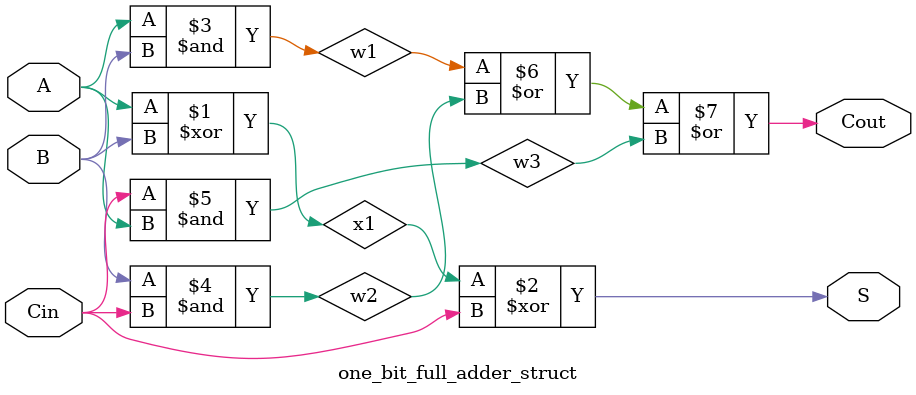
<source format=v>
module four_bit_subtractor(
    input      [3:0] A, B,
    output     [3:0] Diff,
    output           BorrowOut
);
    wire [3:0] B_inverted;
    wire       c1, c2, c3;  // internal carries
    
    assign B_inverted = ~B; // bitwise inversion of B

    // Now we just do A + (inverted B) + 1
    one_bit_full_adder_struct fa0 (
        .A(A[0]), .B(B_inverted[0]), .Cin(1'b1),
        .S(Diff[0]), .Cout(c1)
    );
    one_bit_full_adder_struct fa1 (
        .A(A[1]), .B(B_inverted[1]), .Cin(c1),
        .S(Diff[1]), .Cout(c2)
    );
    one_bit_full_adder_struct fa2 (
        .A(A[2]), .B(B_inverted[2]), .Cin(c2),
        .S(Diff[2]), .Cout(c3)
    );
    one_bit_full_adder_struct fa3 (
        .A(A[3]), .B(B_inverted[3]), .Cin(c3),
        .S(Diff[3]), .Cout(BorrowOut)
    );
endmodule
module four_bit_RCA_RCS(
    input      [3:0] A, B,
    input            Cin,
    output     [3:0] S,
    output           Cout
);
    // Internal carry wires
    wire c1, c2, c3;

    // Instantiate 1-bit full adder for each bit
    one_bit_full_adder_struct fa0 (
        .A(A[0]), .B(B[0]), .Cin(Cin), 
        .S(S[0]), .Cout(c1)
    );

    one_bit_full_adder_struct fa1 (
        .A(A[1]), .B(B[1]), .Cin(c1), 
        .S(S[1]), .Cout(c2)
    );

    one_bit_full_adder_struct fa2 (
        .A(A[2]), .B(B[2]), .Cin(c2), 
        .S(S[2]), .Cout(c3)
    );

    one_bit_full_adder_struct fa3 (
        .A(A[3]), .B(B[3]), .Cin(c3), 
        .S(S[3]), .Cout(Cout)
    );
endmodule

module one_bit_full_adder_struct(
    input  A, B, Cin,
    output S, Cout
);
    // Intermediate signals
    wire x1;
    wire w1, w2, w3;

    // Compute sum: S = A XOR B XOR Cin
    xor (x1, A, B);
    xor (S, x1, Cin);

    // Compute carry out: Cout = (A & B) | (B & Cin) | (Cin & A)
    and (w1, A, B);
    and (w2, B, Cin);
    and (w3, Cin, A);
    or  (Cout, w1, w2, w3);
endmodule


</source>
